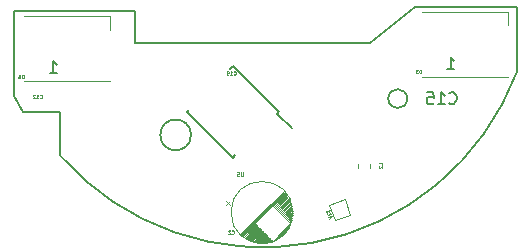
<source format=gbo>
%TF.GenerationSoftware,KiCad,Pcbnew,5.0.1-33cea8e~68~ubuntu18.04.1*%
%TF.CreationDate,2018-12-04T23:45:32+01:00*%
%TF.ProjectId,lightball,6C6967687462616C6C2E6B696361645F,rev?*%
%TF.SameCoordinates,Original*%
%TF.FileFunction,Legend,Bot*%
%TF.FilePolarity,Positive*%
%FSLAX46Y46*%
G04 Gerber Fmt 4.6, Leading zero omitted, Abs format (unit mm)*
G04 Created by KiCad (PCBNEW 5.0.1-33cea8e~68~ubuntu18.04.1) date Di 04 Dez 2018 23:45:32 CET*
%MOMM*%
%LPD*%
G01*
G04 APERTURE LIST*
%ADD10C,0.150000*%
%ADD11C,0.120000*%
%ADD12C,0.075000*%
G04 APERTURE END LIST*
D10*
X73975000Y-113550000D02*
X72575000Y-113550000D01*
X73975000Y-117200000D02*
X73975000Y-113550000D01*
X112660414Y-110153935D02*
G75*
G02X73975000Y-117200000I-21460414J8103935D01*
G01*
X112675000Y-104650000D02*
X112663015Y-110154914D01*
X104050000Y-104650000D02*
X112675000Y-104650000D01*
X100250000Y-107650000D02*
X104050000Y-104650000D01*
X80300000Y-107650000D02*
X100250000Y-107650000D01*
X80300000Y-105000000D02*
X80300000Y-107650000D01*
X70050000Y-105000000D02*
X80300000Y-105000000D01*
X70050000Y-112150000D02*
X70050000Y-105000000D01*
X70850000Y-113550000D02*
X70050000Y-112150000D01*
X72575000Y-113550000D02*
X70850000Y-113550000D01*
X103375000Y-112400000D02*
G75*
G03X103375000Y-112400000I-800000J0D01*
G01*
X85075000Y-115475000D02*
G75*
G03X85075000Y-115475000I-1300000J0D01*
G01*
D11*
X100199920Y-118237219D02*
X100199920Y-117911661D01*
X99179920Y-118237219D02*
X99179920Y-117911661D01*
X97264949Y-122710519D02*
X98580519Y-122231691D01*
X98580519Y-122231691D02*
X98101691Y-120916121D01*
X98101691Y-120916121D02*
X96786121Y-121394949D01*
X96786121Y-121394949D02*
X97264949Y-122710519D01*
X93703883Y-122033883D02*
G75*
G03X93703883Y-122033883I-2620000J0D01*
G01*
X89259548Y-123858219D02*
X92908219Y-120209548D01*
X89287832Y-123886503D02*
X92936503Y-120237832D01*
X89316824Y-123914080D02*
X92964080Y-120266824D01*
X89345815Y-123941658D02*
X92991658Y-120295815D01*
X89375513Y-123968528D02*
X93018528Y-120325513D01*
X89405919Y-123994691D02*
X93044691Y-120355919D01*
X89437032Y-124020146D02*
X90518198Y-122938980D01*
X91988980Y-121468198D02*
X93070146Y-120387032D01*
X89468144Y-124045602D02*
X90546482Y-122967264D01*
X92017264Y-121496482D02*
X93095602Y-120418144D01*
X89499257Y-124071058D02*
X90574767Y-122995549D01*
X92045549Y-121524767D02*
X93121058Y-120449257D01*
X89531077Y-124095807D02*
X90603051Y-123023833D01*
X92073833Y-121553051D02*
X93145807Y-120481077D01*
X89563604Y-124119848D02*
X90631335Y-123052117D01*
X92102117Y-121581335D02*
X93169848Y-120513604D01*
X89596838Y-124143183D02*
X90659619Y-123080402D01*
X92130402Y-121609619D02*
X93193183Y-120546838D01*
X89630072Y-124166518D02*
X90687904Y-123108686D01*
X92158686Y-121637904D02*
X93216518Y-120580072D01*
X89664013Y-124189145D02*
X90716188Y-123136970D01*
X92186970Y-121666188D02*
X93239145Y-120614013D01*
X89697954Y-124211772D02*
X90744472Y-123165254D01*
X92215254Y-121694472D02*
X93261772Y-120647954D01*
X89732602Y-124233693D02*
X90772756Y-123193539D01*
X92243539Y-121722756D02*
X93283693Y-120682602D01*
X89767958Y-124254906D02*
X90801041Y-123221823D01*
X92271823Y-121751041D02*
X93304906Y-120717958D01*
X89803313Y-124276119D02*
X90829325Y-123250107D01*
X92300107Y-121779325D02*
X93326119Y-120753313D01*
X89840083Y-124297332D02*
X90858316Y-123279099D01*
X92329099Y-121808316D02*
X93347332Y-120790083D01*
X89876852Y-124317131D02*
X90886601Y-123307383D01*
X92357383Y-121836601D02*
X93367131Y-120826852D01*
X89914329Y-124336223D02*
X90914885Y-123335667D01*
X92385667Y-121864885D02*
X93386223Y-120864329D01*
X89951806Y-124355315D02*
X90943169Y-123363951D01*
X92413951Y-121893169D02*
X93405315Y-120901806D01*
X89989989Y-124373700D02*
X90971453Y-123392236D01*
X92442236Y-121921453D02*
X93423700Y-120939989D01*
X90028173Y-124392085D02*
X90999738Y-123420520D01*
X92470520Y-121949738D02*
X93442085Y-120978173D01*
X90067771Y-124409055D02*
X91028022Y-123448804D01*
X92498804Y-121978022D02*
X93459055Y-121017771D01*
X90107369Y-124426026D02*
X91056306Y-123477088D01*
X92527088Y-122006306D02*
X93476026Y-121057369D01*
X90147674Y-124442289D02*
X91084591Y-123505373D01*
X92555373Y-122034591D02*
X93492289Y-121097674D01*
X90187979Y-124458553D02*
X91112875Y-123533657D01*
X92583657Y-122062875D02*
X93508553Y-121137979D01*
X90229698Y-124473402D02*
X91141159Y-123561941D01*
X92611941Y-122091159D02*
X93523402Y-121179698D01*
X90271418Y-124488251D02*
X91169443Y-123590226D01*
X92640226Y-122119443D02*
X93538251Y-121221418D01*
X90313844Y-124502393D02*
X91197728Y-123618510D01*
X92668510Y-122147728D02*
X93552393Y-121263844D01*
X90357685Y-124515121D02*
X91226012Y-123646794D01*
X92696794Y-122176012D02*
X93565121Y-121307685D01*
X90400818Y-124528556D02*
X91254296Y-123675078D01*
X92725078Y-122204296D02*
X93578556Y-121350818D01*
X90445366Y-124540577D02*
X91282580Y-123703363D01*
X92753363Y-122232580D02*
X93590577Y-121395366D01*
X90490621Y-124551891D02*
X91310865Y-123731647D01*
X92781647Y-122260865D02*
X93601891Y-121440621D01*
X90536583Y-124562497D02*
X91339149Y-123759931D01*
X92809931Y-122289149D02*
X93612497Y-121486583D01*
X90583252Y-124572397D02*
X91367433Y-123788215D01*
X92838215Y-122317433D02*
X93622397Y-121533252D01*
X90630628Y-124581589D02*
X91395718Y-123816500D01*
X92866500Y-122345718D02*
X93631589Y-121580628D01*
X90678004Y-124590782D02*
X91424002Y-123844784D01*
X92894784Y-122374002D02*
X93640782Y-121628004D01*
X90727502Y-124597853D02*
X91452286Y-123873068D01*
X92923068Y-122402286D02*
X93647853Y-121677502D01*
X90776999Y-124604924D02*
X91480570Y-123901352D01*
X92951352Y-122430570D02*
X93654924Y-121726999D01*
X90827204Y-124611288D02*
X91508855Y-123929637D01*
X92979637Y-122458855D02*
X93661288Y-121777204D01*
X90878823Y-124616237D02*
X91537139Y-123957921D01*
X93007921Y-122487139D02*
X93666237Y-121828823D01*
X90931148Y-124620480D02*
X91565423Y-123986205D01*
X93036205Y-122515423D02*
X93670480Y-121881148D01*
X90984889Y-124623309D02*
X91593707Y-124014490D01*
X93064490Y-122543707D02*
X93673309Y-121934889D01*
X91039336Y-124625430D02*
X91621992Y-124042774D01*
X93092774Y-122571992D02*
X93675430Y-121989336D01*
X91094490Y-124626844D02*
X91650276Y-124071058D01*
X93121058Y-122600276D02*
X93676844Y-122044490D01*
X91151766Y-124626137D02*
X91678560Y-124099342D01*
X93149342Y-122628560D02*
X93676137Y-122101766D01*
X91209748Y-124624723D02*
X91706845Y-124127627D01*
X93177627Y-122656845D02*
X93674723Y-122159748D01*
X91269145Y-124621894D02*
X91735129Y-124155911D01*
X93205911Y-122685129D02*
X93671894Y-122219145D01*
X91329957Y-124617652D02*
X91763413Y-124184195D01*
X93234195Y-122713413D02*
X93667652Y-122279957D01*
X91392182Y-124611995D02*
X91791697Y-124212479D01*
X93262479Y-122741697D02*
X93661995Y-122342182D01*
X91456529Y-124604217D02*
X91819982Y-124240764D01*
X93290764Y-122769982D02*
X93654217Y-122406529D01*
X91522997Y-124594317D02*
X91848266Y-124269048D01*
X93319048Y-122798266D02*
X93644317Y-122472997D01*
X91591586Y-124582296D02*
X91876550Y-124297332D01*
X93347332Y-122826550D02*
X93632296Y-122541586D01*
X91662297Y-124568154D02*
X91904834Y-124325617D01*
X93375617Y-122854834D02*
X93618154Y-122612297D01*
X91735836Y-124551184D02*
X91933119Y-124353901D01*
X93403901Y-122883119D02*
X93601184Y-122685836D01*
X91812203Y-124531385D02*
X91961403Y-124382185D01*
X93432185Y-122911403D02*
X93581385Y-122762203D01*
X91892107Y-124508050D02*
X93558050Y-122842107D01*
X91976959Y-124479766D02*
X93529766Y-122926959D01*
X92066762Y-124446532D02*
X93496532Y-123016762D01*
X92162928Y-124406934D02*
X93456934Y-123112928D01*
X92268994Y-124357436D02*
X93407436Y-123218994D01*
X92387788Y-124295211D02*
X93345211Y-123337788D01*
X92528503Y-124211065D02*
X93261065Y-123478503D01*
X92722250Y-124073887D02*
X93123887Y-123672250D01*
X88057626Y-121093591D02*
X88411179Y-121447144D01*
X88057626Y-121447144D02*
X88411179Y-121093591D01*
X78250000Y-105399930D02*
X78250000Y-106549930D01*
X70950000Y-105399930D02*
X78250000Y-105399930D01*
X70950000Y-110899930D02*
X78250000Y-110899930D01*
X111900000Y-105050000D02*
X111900000Y-106200000D01*
X104600000Y-105050000D02*
X111900000Y-105050000D01*
X104600000Y-110550000D02*
X111900000Y-110550000D01*
D10*
X92518303Y-113529384D02*
X92373346Y-113674341D01*
X88629216Y-109640297D02*
X88417083Y-109852429D01*
X84733057Y-113536456D02*
X84945189Y-113324323D01*
X88622144Y-117425543D02*
X88834277Y-117213411D01*
X92518303Y-113529384D02*
X88629216Y-109640297D01*
X88622144Y-117425543D02*
X84733057Y-113536456D01*
X92373346Y-113674341D02*
X93610783Y-114911778D01*
X106942857Y-112777142D02*
X106990476Y-112824761D01*
X107133333Y-112872380D01*
X107228571Y-112872380D01*
X107371428Y-112824761D01*
X107466666Y-112729523D01*
X107514285Y-112634285D01*
X107561904Y-112443809D01*
X107561904Y-112300952D01*
X107514285Y-112110476D01*
X107466666Y-112015238D01*
X107371428Y-111920000D01*
X107228571Y-111872380D01*
X107133333Y-111872380D01*
X106990476Y-111920000D01*
X106942857Y-111967619D01*
X105990476Y-112872380D02*
X106561904Y-112872380D01*
X106276190Y-112872380D02*
X106276190Y-111872380D01*
X106371428Y-112015238D01*
X106466666Y-112110476D01*
X106561904Y-112158095D01*
X105085714Y-111872380D02*
X105561904Y-111872380D01*
X105609523Y-112348571D01*
X105561904Y-112300952D01*
X105466666Y-112253333D01*
X105228571Y-112253333D01*
X105133333Y-112300952D01*
X105085714Y-112348571D01*
X105038095Y-112443809D01*
X105038095Y-112681904D01*
X105085714Y-112777142D01*
X105133333Y-112824761D01*
X105228571Y-112872380D01*
X105466666Y-112872380D01*
X105561904Y-112824761D01*
X105609523Y-112777142D01*
D12*
X101255634Y-118024440D02*
X101255634Y-117881582D01*
X100955634Y-117881582D01*
X100984205Y-118110154D02*
X100969920Y-118124440D01*
X100955634Y-118153011D01*
X100955634Y-118224440D01*
X100969920Y-118253011D01*
X100984205Y-118267297D01*
X101012777Y-118281582D01*
X101041348Y-118281582D01*
X101084205Y-118267297D01*
X101255634Y-118095868D01*
X101255634Y-118281582D01*
X88676297Y-110354902D02*
X88690582Y-110369188D01*
X88733440Y-110383474D01*
X88762011Y-110383474D01*
X88804868Y-110369188D01*
X88833440Y-110340617D01*
X88847725Y-110312045D01*
X88862011Y-110254902D01*
X88862011Y-110212045D01*
X88847725Y-110154902D01*
X88833440Y-110126331D01*
X88804868Y-110097760D01*
X88762011Y-110083474D01*
X88733440Y-110083474D01*
X88690582Y-110097760D01*
X88676297Y-110112045D01*
X88390582Y-110383474D02*
X88562011Y-110383474D01*
X88476297Y-110383474D02*
X88476297Y-110083474D01*
X88504868Y-110126331D01*
X88533440Y-110154902D01*
X88562011Y-110169188D01*
X88247725Y-110383474D02*
X88190582Y-110383474D01*
X88162011Y-110369188D01*
X88147725Y-110354902D01*
X88119154Y-110312045D01*
X88104868Y-110254902D01*
X88104868Y-110140617D01*
X88119154Y-110112045D01*
X88133440Y-110097760D01*
X88162011Y-110083474D01*
X88219154Y-110083474D01*
X88247725Y-110097760D01*
X88262011Y-110112045D01*
X88276297Y-110140617D01*
X88276297Y-110212045D01*
X88262011Y-110240617D01*
X88247725Y-110254902D01*
X88219154Y-110269188D01*
X88162011Y-110269188D01*
X88133440Y-110254902D01*
X88119154Y-110240617D01*
X88104868Y-110212045D01*
X96815229Y-122520554D02*
X96766369Y-122386312D01*
X96744456Y-122576718D02*
X96992162Y-122380143D01*
X96676052Y-122388780D01*
X96789516Y-122241064D02*
X96755314Y-122147095D01*
X96592990Y-122160569D02*
X96641850Y-122294811D01*
X96923758Y-122192204D01*
X96874898Y-122057963D01*
X96495270Y-121892085D02*
X96553902Y-122053175D01*
X96524586Y-121972630D02*
X96806494Y-121870024D01*
X96775993Y-121911531D01*
X96758917Y-121948151D01*
X96755264Y-121979885D01*
X88525000Y-123832142D02*
X88539285Y-123846428D01*
X88582142Y-123860714D01*
X88610714Y-123860714D01*
X88653571Y-123846428D01*
X88682142Y-123817857D01*
X88696428Y-123789285D01*
X88710714Y-123732142D01*
X88710714Y-123689285D01*
X88696428Y-123632142D01*
X88682142Y-123603571D01*
X88653571Y-123575000D01*
X88610714Y-123560714D01*
X88582142Y-123560714D01*
X88539285Y-123575000D01*
X88525000Y-123589285D01*
X88410714Y-123589285D02*
X88396428Y-123575000D01*
X88367857Y-123560714D01*
X88296428Y-123560714D01*
X88267857Y-123575000D01*
X88253571Y-123589285D01*
X88239285Y-123617857D01*
X88239285Y-123646428D01*
X88253571Y-123689285D01*
X88425000Y-123860714D01*
X88239285Y-123860714D01*
X72277857Y-112357142D02*
X72292142Y-112371428D01*
X72335000Y-112385714D01*
X72363571Y-112385714D01*
X72406428Y-112371428D01*
X72435000Y-112342857D01*
X72449285Y-112314285D01*
X72463571Y-112257142D01*
X72463571Y-112214285D01*
X72449285Y-112157142D01*
X72435000Y-112128571D01*
X72406428Y-112100000D01*
X72363571Y-112085714D01*
X72335000Y-112085714D01*
X72292142Y-112100000D01*
X72277857Y-112114285D01*
X71992142Y-112385714D02*
X72163571Y-112385714D01*
X72077857Y-112385714D02*
X72077857Y-112085714D01*
X72106428Y-112128571D01*
X72135000Y-112157142D01*
X72163571Y-112171428D01*
X71877857Y-112114285D02*
X71863571Y-112100000D01*
X71835000Y-112085714D01*
X71763571Y-112085714D01*
X71735000Y-112100000D01*
X71720714Y-112114285D01*
X71706428Y-112142857D01*
X71706428Y-112171428D01*
X71720714Y-112214285D01*
X71892142Y-112385714D01*
X71706428Y-112385714D01*
X70921428Y-110685714D02*
X70921428Y-110385714D01*
X70850000Y-110385714D01*
X70807142Y-110400000D01*
X70778571Y-110428571D01*
X70764285Y-110457142D01*
X70750000Y-110514285D01*
X70750000Y-110557142D01*
X70764285Y-110614285D01*
X70778571Y-110642857D01*
X70807142Y-110671428D01*
X70850000Y-110685714D01*
X70921428Y-110685714D01*
X70478571Y-110385714D02*
X70621428Y-110385714D01*
X70635714Y-110528571D01*
X70621428Y-110514285D01*
X70592857Y-110500000D01*
X70521428Y-110500000D01*
X70492857Y-110514285D01*
X70478571Y-110528571D01*
X70464285Y-110557142D01*
X70464285Y-110628571D01*
X70478571Y-110657142D01*
X70492857Y-110671428D01*
X70521428Y-110685714D01*
X70592857Y-110685714D01*
X70621428Y-110671428D01*
X70635714Y-110657142D01*
D10*
X73139285Y-110252380D02*
X73710714Y-110252380D01*
X73425000Y-110252380D02*
X73425000Y-109252380D01*
X73520238Y-109395238D01*
X73615476Y-109490476D01*
X73710714Y-109538095D01*
D12*
X104571428Y-110260714D02*
X104571428Y-109960714D01*
X104500000Y-109960714D01*
X104457142Y-109975000D01*
X104428571Y-110003571D01*
X104414285Y-110032142D01*
X104400000Y-110089285D01*
X104400000Y-110132142D01*
X104414285Y-110189285D01*
X104428571Y-110217857D01*
X104457142Y-110246428D01*
X104500000Y-110260714D01*
X104571428Y-110260714D01*
X104300000Y-109960714D02*
X104114285Y-109960714D01*
X104214285Y-110075000D01*
X104171428Y-110075000D01*
X104142857Y-110089285D01*
X104128571Y-110103571D01*
X104114285Y-110132142D01*
X104114285Y-110203571D01*
X104128571Y-110232142D01*
X104142857Y-110246428D01*
X104171428Y-110260714D01*
X104257142Y-110260714D01*
X104285714Y-110246428D01*
X104300000Y-110232142D01*
D10*
X106764285Y-109902380D02*
X107335714Y-109902380D01*
X107050000Y-109902380D02*
X107050000Y-108902380D01*
X107145238Y-109045238D01*
X107240476Y-109140476D01*
X107335714Y-109188095D01*
D12*
X89454251Y-118643634D02*
X89454251Y-118886491D01*
X89439965Y-118915062D01*
X89425680Y-118929348D01*
X89397108Y-118943634D01*
X89339965Y-118943634D01*
X89311394Y-118929348D01*
X89297108Y-118915062D01*
X89282822Y-118886491D01*
X89282822Y-118643634D01*
X88997108Y-118643634D02*
X89139965Y-118643634D01*
X89154251Y-118786491D01*
X89139965Y-118772205D01*
X89111394Y-118757920D01*
X89039965Y-118757920D01*
X89011394Y-118772205D01*
X88997108Y-118786491D01*
X88982822Y-118815062D01*
X88982822Y-118886491D01*
X88997108Y-118915062D01*
X89011394Y-118929348D01*
X89039965Y-118943634D01*
X89111394Y-118943634D01*
X89139965Y-118929348D01*
X89154251Y-118915062D01*
M02*

</source>
